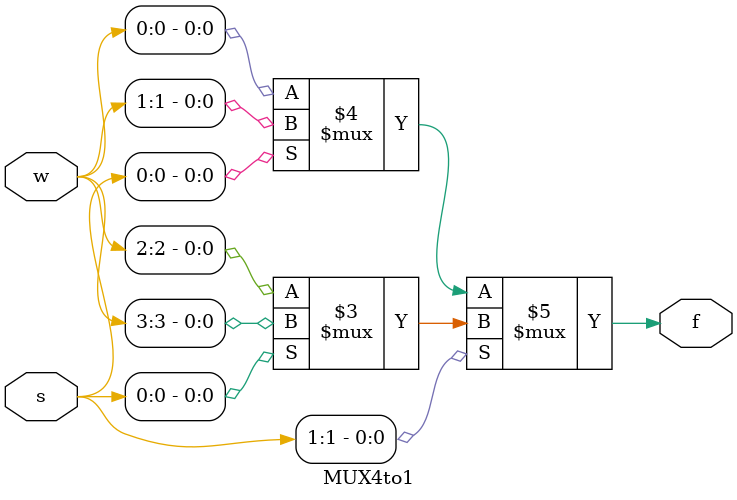
<source format=v>
module MUX32to1(w,s,f);

input [0:31]w;
input [4:0]s;

output f;

wire [0:3]c;

MUX8to1 stage0a(w[0:7],s[2:0],c[0]);
MUX8to1 stage0b(w[8:15],s[2:0],c[1]);
MUX8to1 stage0c(w[16:23],s[2:0],c[2]);
MUX8to1 stage0d(w[24:31],s[2:0],c[3]);

MUX4to1 stage1(c,s[4:3],f);

endmodule


module MUX8to1(w,s,f);
input [0:7]w;
input [2:0]s;

output reg f;

integer i;

always @(*) begin
    f = 1'b0;
    for(i=0;i<8;i++)
    begin
        if(s == i)
        begin
            f = w[i];
        end
    end     
end
endmodule

module MUX4to1(w,s,f);

input [0:3]w;
input [1:0]s;

output reg f;

always @(*) begin
    f = s[1]?(s[0]?w[3]:w[2]):(s[0]?w[1]:w[0]);
end

endmodule
</source>
